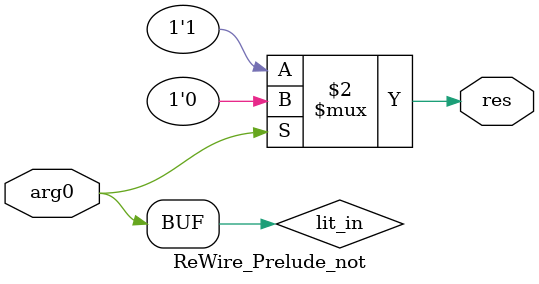
<source format=sv>
module top_level (input logic [0:0] clk,
  input logic [0:0] rst,
  input logic [0:0] __in0,
  output logic [0:0] __out0);
  logic [2:0] main_sig_in;
  logic [0:0] rewire_prelude_not_in;
  logic [0:0] rewire_prelude_not_out;
  logic [0:0] rewire_prelude_not_inR1;
  logic [0:0] rewire_prelude_not_outR1;
  logic [2:0] zll_main_sig113_in;
  logic [1:0] zll_main_sig15_in;
  logic [4:0] zll_main_sig101_in;
  logic [4:0] zll_main_sig99_in;
  logic [1:0] zll_main_sig6_in;
  logic [2:0] zll_main_sig54_in;
  logic [2:0] zll_main_sig52_in;
  logic [2:0] zll_main_sig51_in;
  logic [4:0] zll_main_sig20_in;
  logic [4:0] zll_main_sig20_out;
  logic [2:0] zll_main_sig112_in;
  logic [1:0] zll_main_sig14_in;
  logic [2:0] zll_main_sig24_in;
  logic [4:0] zll_main_sig24_out;
  logic [4:0] zll_main_sig94_in;
  logic [4:0] zll_main_sig92_in;
  logic [2:0] zll_main_sig4_in;
  logic [2:0] zll_main_sig24_inR1;
  logic [4:0] zll_main_sig24_outR1;
  logic [5:0] zll_main_sig43_in;
  logic [5:0] zll_main_sig42_in;
  logic [3:0] zll_main_sig41_in;
  logic [3:0] zll_main_sig40_in;
  logic [3:0] zll_main_sig3_in;
  logic [1:0] zll_main_sig31_in;
  logic [4:0] zll_main_sig31_out;
  logic [6:0] zll_main_sig35_in;
  logic [6:0] zll_main_sig33_in;
  logic [3:0] zll_main_sig32_in;
  logic [3:0] zll_main_sig2_in;
  logic [1:0] binop_in;
  logic [0:0] msbit_in;
  logic [1:0] zll_main_sig31_inR1;
  logic [4:0] zll_main_sig31_outR1;
  logic [4:0] zll_main_sig27_in;
  logic [4:0] zll_main_sig25_in;
  logic [1:0] zll_main_sig1_in;
  logic [2:0] zll_main_sig24_inR2;
  logic [4:0] zll_main_sig24_outR2;
  logic [4:0] zll_main_sig20_inR1;
  logic [4:0] zll_main_sig20_outR1;
  logic [0:0] __continue;
  logic [0:0] __padding;
  logic [0:0] __st0;
  logic [0:0] __st1;
  logic [0:0] __st0_next;
  logic [0:0] __st1_next;
  assign main_sig_in = {__in0, {__st0, __st1}};
  assign rewire_prelude_not_in = main_sig_in[2];
  ReWire_Prelude_not  inst (rewire_prelude_not_in[0], rewire_prelude_not_out);
  assign rewire_prelude_not_inR1 = main_sig_in[2];
  ReWire_Prelude_not  instR1 (rewire_prelude_not_inR1[0], rewire_prelude_not_outR1);
  assign zll_main_sig113_in = {main_sig_in[1], main_sig_in[0], rewire_prelude_not_outR1};
  assign zll_main_sig15_in = {zll_main_sig113_in[2], zll_main_sig113_in[1]};
  assign zll_main_sig101_in = {3'h0, zll_main_sig15_in[1], zll_main_sig15_in[0]};
  assign zll_main_sig99_in = zll_main_sig101_in[4:0];
  assign zll_main_sig6_in = {zll_main_sig99_in[1], zll_main_sig99_in[0]};
  assign zll_main_sig54_in = {zll_main_sig6_in[1], zll_main_sig6_in[1], zll_main_sig6_in[0]};
  assign zll_main_sig52_in = zll_main_sig54_in[2:0];
  assign zll_main_sig51_in = {zll_main_sig52_in[1], zll_main_sig52_in[2], zll_main_sig52_in[0]};
  assign zll_main_sig20_in = {2'h1, zll_main_sig51_in[1], zll_main_sig51_in[2], zll_main_sig51_in[0]};
  ZLL_Main_sig20  instR2 (zll_main_sig20_in[4:0], zll_main_sig20_out);
  assign zll_main_sig112_in = {main_sig_in[1], main_sig_in[0], rewire_prelude_not_out};
  assign zll_main_sig14_in = {zll_main_sig112_in[2], zll_main_sig112_in[1]};
  assign zll_main_sig24_in = {zll_main_sig14_in[1], zll_main_sig14_in[1], zll_main_sig14_in[0]};
  ZLL_Main_sig24  instR3 (zll_main_sig24_in[2:0], zll_main_sig24_out);
  assign zll_main_sig94_in = zll_main_sig24_out;
  assign zll_main_sig92_in = zll_main_sig94_in[4:0];
  assign zll_main_sig4_in = {zll_main_sig92_in[2], zll_main_sig92_in[1], zll_main_sig92_in[0]};
  assign zll_main_sig24_inR1 = {zll_main_sig4_in[0], zll_main_sig4_in[1], zll_main_sig4_in[0]};
  ZLL_Main_sig24  instR4 (zll_main_sig24_inR1[2:0], zll_main_sig24_outR1);
  assign zll_main_sig43_in = {zll_main_sig4_in[2], zll_main_sig24_outR1};
  assign zll_main_sig42_in = {zll_main_sig43_in[5], zll_main_sig43_in[4:0]};
  assign zll_main_sig41_in = {zll_main_sig42_in[5], zll_main_sig42_in[2], zll_main_sig42_in[1], zll_main_sig42_in[0]};
  assign zll_main_sig40_in = {zll_main_sig41_in[2], zll_main_sig41_in[3], zll_main_sig41_in[1], zll_main_sig41_in[0]};
  assign zll_main_sig3_in = {zll_main_sig40_in[2], zll_main_sig40_in[3], zll_main_sig40_in[1], zll_main_sig40_in[0]};
  assign zll_main_sig31_in = {zll_main_sig3_in[2], zll_main_sig3_in[0]};
  ZLL_Main_sig31  instR5 (zll_main_sig31_in[1:0], zll_main_sig31_out);
  assign zll_main_sig35_in = {zll_main_sig3_in[2], zll_main_sig3_in[3], zll_main_sig31_out};
  assign zll_main_sig33_in = {zll_main_sig35_in[6], zll_main_sig35_in[5], zll_main_sig35_in[4:0]};
  assign zll_main_sig32_in = {zll_main_sig33_in[6], zll_main_sig33_in[5], zll_main_sig33_in[1], zll_main_sig33_in[0]};
  assign zll_main_sig2_in = {zll_main_sig32_in[2], zll_main_sig32_in[3], zll_main_sig32_in[1], zll_main_sig32_in[0]};
  assign binop_in = {zll_main_sig2_in[3], zll_main_sig2_in[2]};
  assign msbit_in = binop_in[1] ^ binop_in[0];
  assign zll_main_sig31_inR1 = {zll_main_sig2_in[1], msbit_in[0]};
  ZLL_Main_sig31  instR6 (zll_main_sig31_inR1[1:0], zll_main_sig31_outR1);
  assign zll_main_sig27_in = zll_main_sig31_outR1;
  assign zll_main_sig25_in = zll_main_sig27_in[4:0];
  assign zll_main_sig1_in = {zll_main_sig25_in[1], zll_main_sig25_in[0]};
  assign zll_main_sig24_inR2 = {zll_main_sig1_in[1], zll_main_sig1_in[1], zll_main_sig1_in[0]};
  ZLL_Main_sig24  instR7 (zll_main_sig24_inR2[2:0], zll_main_sig24_outR2);
  assign zll_main_sig20_inR1 = zll_main_sig24_outR2;
  ZLL_Main_sig20  instR8 (zll_main_sig20_inR1[4:0], zll_main_sig20_outR1);
  assign {__continue, __padding, __out0, __st0_next, __st1_next} = (zll_main_sig112_in[0] == 1'h1) ? zll_main_sig20_outR1 : zll_main_sig20_out;
  initial {__st0, __st1} <= 2'h3;
  always @ (posedge clk or posedge rst) begin
    if (rst == 1'h1) begin
      {__st0, __st1} <= 2'h3;
    end else begin
      {__st0, __st1} <= {__st0_next, __st1_next};
    end
  end
endmodule

module ZLL_Main_sig20 (input logic [4:0] arg0,
  output logic [4:0] res);
  logic [4:0] zll_main_sig18_in;
  logic [2:0] zll_main_sig_in;
  assign zll_main_sig18_in = arg0;
  assign zll_main_sig_in = {zll_main_sig18_in[2], zll_main_sig18_in[1], zll_main_sig18_in[0]};
  assign res = {2'h2, zll_main_sig_in[2], zll_main_sig_in[1], zll_main_sig_in[0]};
endmodule

module ZLL_Main_sig24 (input logic [2:0] arg0,
  output logic [4:0] res);
  logic [2:0] zll_main_sig21_in;
  assign zll_main_sig21_in = arg0;
  assign res = {2'h1, zll_main_sig21_in[2], zll_main_sig21_in[1], zll_main_sig21_in[0]};
endmodule

module ZLL_Main_sig31 (input logic [1:0] arg0,
  output logic [4:0] res);
  logic [1:0] zll_main_sig28_in;
  assign zll_main_sig28_in = arg0;
  assign res = {3'h0, zll_main_sig28_in[1], zll_main_sig28_in[0]};
endmodule

module ReWire_Prelude_not (input logic [0:0] arg0,
  output logic [0:0] res);
  logic [0:0] lit_in;
  assign lit_in = arg0;
  assign res = (lit_in[0] == 1'h1) ? 1'h0 : 1'h1;
endmodule
</source>
